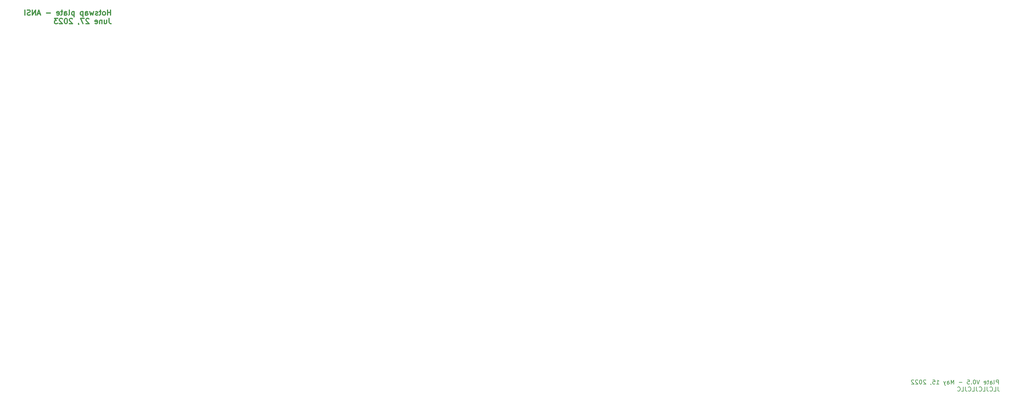
<source format=gbr>
%TF.GenerationSoftware,KiCad,Pcbnew,7.0.2*%
%TF.CreationDate,2023-06-27T02:26:56-04:00*%
%TF.ProjectId,3DP-FR4-hotswap-plate-ANSI,3344502d-4652-4342-9d68-6f7473776170,rev?*%
%TF.SameCoordinates,Original*%
%TF.FileFunction,Legend,Bot*%
%TF.FilePolarity,Positive*%
%FSLAX46Y46*%
G04 Gerber Fmt 4.6, Leading zero omitted, Abs format (unit mm)*
G04 Created by KiCad (PCBNEW 7.0.2) date 2023-06-27 02:26:56*
%MOMM*%
%LPD*%
G01*
G04 APERTURE LIST*
%ADD10C,0.200000*%
%ADD11C,0.300000*%
G04 APERTURE END LIST*
D10*
X365719999Y-157545142D02*
X365719999Y-156345142D01*
X365719999Y-156345142D02*
X365262856Y-156345142D01*
X365262856Y-156345142D02*
X365148571Y-156402285D01*
X365148571Y-156402285D02*
X365091428Y-156459428D01*
X365091428Y-156459428D02*
X365034285Y-156573714D01*
X365034285Y-156573714D02*
X365034285Y-156745142D01*
X365034285Y-156745142D02*
X365091428Y-156859428D01*
X365091428Y-156859428D02*
X365148571Y-156916571D01*
X365148571Y-156916571D02*
X365262856Y-156973714D01*
X365262856Y-156973714D02*
X365719999Y-156973714D01*
X364348571Y-157545142D02*
X364462856Y-157488000D01*
X364462856Y-157488000D02*
X364519999Y-157373714D01*
X364519999Y-157373714D02*
X364519999Y-156345142D01*
X363377143Y-157545142D02*
X363377143Y-156916571D01*
X363377143Y-156916571D02*
X363434285Y-156802285D01*
X363434285Y-156802285D02*
X363548571Y-156745142D01*
X363548571Y-156745142D02*
X363777143Y-156745142D01*
X363777143Y-156745142D02*
X363891428Y-156802285D01*
X363377143Y-157488000D02*
X363491428Y-157545142D01*
X363491428Y-157545142D02*
X363777143Y-157545142D01*
X363777143Y-157545142D02*
X363891428Y-157488000D01*
X363891428Y-157488000D02*
X363948571Y-157373714D01*
X363948571Y-157373714D02*
X363948571Y-157259428D01*
X363948571Y-157259428D02*
X363891428Y-157145142D01*
X363891428Y-157145142D02*
X363777143Y-157088000D01*
X363777143Y-157088000D02*
X363491428Y-157088000D01*
X363491428Y-157088000D02*
X363377143Y-157030857D01*
X362977143Y-156745142D02*
X362520000Y-156745142D01*
X362805714Y-156345142D02*
X362805714Y-157373714D01*
X362805714Y-157373714D02*
X362748571Y-157488000D01*
X362748571Y-157488000D02*
X362634286Y-157545142D01*
X362634286Y-157545142D02*
X362520000Y-157545142D01*
X361662857Y-157488000D02*
X361777143Y-157545142D01*
X361777143Y-157545142D02*
X362005715Y-157545142D01*
X362005715Y-157545142D02*
X362120000Y-157488000D01*
X362120000Y-157488000D02*
X362177143Y-157373714D01*
X362177143Y-157373714D02*
X362177143Y-156916571D01*
X362177143Y-156916571D02*
X362120000Y-156802285D01*
X362120000Y-156802285D02*
X362005715Y-156745142D01*
X362005715Y-156745142D02*
X361777143Y-156745142D01*
X361777143Y-156745142D02*
X361662857Y-156802285D01*
X361662857Y-156802285D02*
X361605715Y-156916571D01*
X361605715Y-156916571D02*
X361605715Y-157030857D01*
X361605715Y-157030857D02*
X362177143Y-157145142D01*
X360348572Y-156345142D02*
X359948572Y-157545142D01*
X359948572Y-157545142D02*
X359548572Y-156345142D01*
X358920001Y-156345142D02*
X358805715Y-156345142D01*
X358805715Y-156345142D02*
X358691429Y-156402285D01*
X358691429Y-156402285D02*
X358634287Y-156459428D01*
X358634287Y-156459428D02*
X358577144Y-156573714D01*
X358577144Y-156573714D02*
X358520001Y-156802285D01*
X358520001Y-156802285D02*
X358520001Y-157088000D01*
X358520001Y-157088000D02*
X358577144Y-157316571D01*
X358577144Y-157316571D02*
X358634287Y-157430857D01*
X358634287Y-157430857D02*
X358691429Y-157488000D01*
X358691429Y-157488000D02*
X358805715Y-157545142D01*
X358805715Y-157545142D02*
X358920001Y-157545142D01*
X358920001Y-157545142D02*
X359034287Y-157488000D01*
X359034287Y-157488000D02*
X359091429Y-157430857D01*
X359091429Y-157430857D02*
X359148572Y-157316571D01*
X359148572Y-157316571D02*
X359205715Y-157088000D01*
X359205715Y-157088000D02*
X359205715Y-156802285D01*
X359205715Y-156802285D02*
X359148572Y-156573714D01*
X359148572Y-156573714D02*
X359091429Y-156459428D01*
X359091429Y-156459428D02*
X359034287Y-156402285D01*
X359034287Y-156402285D02*
X358920001Y-156345142D01*
X358005715Y-157430857D02*
X357948572Y-157488000D01*
X357948572Y-157488000D02*
X358005715Y-157545142D01*
X358005715Y-157545142D02*
X358062858Y-157488000D01*
X358062858Y-157488000D02*
X358005715Y-157430857D01*
X358005715Y-157430857D02*
X358005715Y-157545142D01*
X356862858Y-156345142D02*
X357434286Y-156345142D01*
X357434286Y-156345142D02*
X357491429Y-156916571D01*
X357491429Y-156916571D02*
X357434286Y-156859428D01*
X357434286Y-156859428D02*
X357320001Y-156802285D01*
X357320001Y-156802285D02*
X357034286Y-156802285D01*
X357034286Y-156802285D02*
X356920001Y-156859428D01*
X356920001Y-156859428D02*
X356862858Y-156916571D01*
X356862858Y-156916571D02*
X356805715Y-157030857D01*
X356805715Y-157030857D02*
X356805715Y-157316571D01*
X356805715Y-157316571D02*
X356862858Y-157430857D01*
X356862858Y-157430857D02*
X356920001Y-157488000D01*
X356920001Y-157488000D02*
X357034286Y-157545142D01*
X357034286Y-157545142D02*
X357320001Y-157545142D01*
X357320001Y-157545142D02*
X357434286Y-157488000D01*
X357434286Y-157488000D02*
X357491429Y-157430857D01*
X355377143Y-157088000D02*
X354462858Y-157088000D01*
X352977143Y-157545142D02*
X352977143Y-156345142D01*
X352977143Y-156345142D02*
X352577143Y-157202285D01*
X352577143Y-157202285D02*
X352177143Y-156345142D01*
X352177143Y-156345142D02*
X352177143Y-157545142D01*
X351091429Y-157545142D02*
X351091429Y-156916571D01*
X351091429Y-156916571D02*
X351148571Y-156802285D01*
X351148571Y-156802285D02*
X351262857Y-156745142D01*
X351262857Y-156745142D02*
X351491429Y-156745142D01*
X351491429Y-156745142D02*
X351605714Y-156802285D01*
X351091429Y-157488000D02*
X351205714Y-157545142D01*
X351205714Y-157545142D02*
X351491429Y-157545142D01*
X351491429Y-157545142D02*
X351605714Y-157488000D01*
X351605714Y-157488000D02*
X351662857Y-157373714D01*
X351662857Y-157373714D02*
X351662857Y-157259428D01*
X351662857Y-157259428D02*
X351605714Y-157145142D01*
X351605714Y-157145142D02*
X351491429Y-157088000D01*
X351491429Y-157088000D02*
X351205714Y-157088000D01*
X351205714Y-157088000D02*
X351091429Y-157030857D01*
X350634286Y-156745142D02*
X350348572Y-157545142D01*
X350062857Y-156745142D02*
X350348572Y-157545142D01*
X350348572Y-157545142D02*
X350462857Y-157830857D01*
X350462857Y-157830857D02*
X350520000Y-157888000D01*
X350520000Y-157888000D02*
X350634286Y-157945142D01*
X348062857Y-157545142D02*
X348748571Y-157545142D01*
X348405714Y-157545142D02*
X348405714Y-156345142D01*
X348405714Y-156345142D02*
X348520000Y-156516571D01*
X348520000Y-156516571D02*
X348634285Y-156630857D01*
X348634285Y-156630857D02*
X348748571Y-156688000D01*
X346977143Y-156345142D02*
X347548571Y-156345142D01*
X347548571Y-156345142D02*
X347605714Y-156916571D01*
X347605714Y-156916571D02*
X347548571Y-156859428D01*
X347548571Y-156859428D02*
X347434286Y-156802285D01*
X347434286Y-156802285D02*
X347148571Y-156802285D01*
X347148571Y-156802285D02*
X347034286Y-156859428D01*
X347034286Y-156859428D02*
X346977143Y-156916571D01*
X346977143Y-156916571D02*
X346920000Y-157030857D01*
X346920000Y-157030857D02*
X346920000Y-157316571D01*
X346920000Y-157316571D02*
X346977143Y-157430857D01*
X346977143Y-157430857D02*
X347034286Y-157488000D01*
X347034286Y-157488000D02*
X347148571Y-157545142D01*
X347148571Y-157545142D02*
X347434286Y-157545142D01*
X347434286Y-157545142D02*
X347548571Y-157488000D01*
X347548571Y-157488000D02*
X347605714Y-157430857D01*
X346348571Y-157488000D02*
X346348571Y-157545142D01*
X346348571Y-157545142D02*
X346405714Y-157659428D01*
X346405714Y-157659428D02*
X346462857Y-157716571D01*
X344977142Y-156459428D02*
X344919999Y-156402285D01*
X344919999Y-156402285D02*
X344805714Y-156345142D01*
X344805714Y-156345142D02*
X344519999Y-156345142D01*
X344519999Y-156345142D02*
X344405714Y-156402285D01*
X344405714Y-156402285D02*
X344348571Y-156459428D01*
X344348571Y-156459428D02*
X344291428Y-156573714D01*
X344291428Y-156573714D02*
X344291428Y-156688000D01*
X344291428Y-156688000D02*
X344348571Y-156859428D01*
X344348571Y-156859428D02*
X345034285Y-157545142D01*
X345034285Y-157545142D02*
X344291428Y-157545142D01*
X343548571Y-156345142D02*
X343434285Y-156345142D01*
X343434285Y-156345142D02*
X343319999Y-156402285D01*
X343319999Y-156402285D02*
X343262857Y-156459428D01*
X343262857Y-156459428D02*
X343205714Y-156573714D01*
X343205714Y-156573714D02*
X343148571Y-156802285D01*
X343148571Y-156802285D02*
X343148571Y-157088000D01*
X343148571Y-157088000D02*
X343205714Y-157316571D01*
X343205714Y-157316571D02*
X343262857Y-157430857D01*
X343262857Y-157430857D02*
X343319999Y-157488000D01*
X343319999Y-157488000D02*
X343434285Y-157545142D01*
X343434285Y-157545142D02*
X343548571Y-157545142D01*
X343548571Y-157545142D02*
X343662857Y-157488000D01*
X343662857Y-157488000D02*
X343719999Y-157430857D01*
X343719999Y-157430857D02*
X343777142Y-157316571D01*
X343777142Y-157316571D02*
X343834285Y-157088000D01*
X343834285Y-157088000D02*
X343834285Y-156802285D01*
X343834285Y-156802285D02*
X343777142Y-156573714D01*
X343777142Y-156573714D02*
X343719999Y-156459428D01*
X343719999Y-156459428D02*
X343662857Y-156402285D01*
X343662857Y-156402285D02*
X343548571Y-156345142D01*
X342691428Y-156459428D02*
X342634285Y-156402285D01*
X342634285Y-156402285D02*
X342520000Y-156345142D01*
X342520000Y-156345142D02*
X342234285Y-156345142D01*
X342234285Y-156345142D02*
X342120000Y-156402285D01*
X342120000Y-156402285D02*
X342062857Y-156459428D01*
X342062857Y-156459428D02*
X342005714Y-156573714D01*
X342005714Y-156573714D02*
X342005714Y-156688000D01*
X342005714Y-156688000D02*
X342062857Y-156859428D01*
X342062857Y-156859428D02*
X342748571Y-157545142D01*
X342748571Y-157545142D02*
X342005714Y-157545142D01*
X341548571Y-156459428D02*
X341491428Y-156402285D01*
X341491428Y-156402285D02*
X341377143Y-156345142D01*
X341377143Y-156345142D02*
X341091428Y-156345142D01*
X341091428Y-156345142D02*
X340977143Y-156402285D01*
X340977143Y-156402285D02*
X340920000Y-156459428D01*
X340920000Y-156459428D02*
X340862857Y-156573714D01*
X340862857Y-156573714D02*
X340862857Y-156688000D01*
X340862857Y-156688000D02*
X340920000Y-156859428D01*
X340920000Y-156859428D02*
X341605714Y-157545142D01*
X341605714Y-157545142D02*
X340862857Y-157545142D01*
X365542858Y-158355142D02*
X365542858Y-159212285D01*
X365542858Y-159212285D02*
X365600001Y-159383714D01*
X365600001Y-159383714D02*
X365714287Y-159498000D01*
X365714287Y-159498000D02*
X365885715Y-159555142D01*
X365885715Y-159555142D02*
X366000001Y-159555142D01*
X364400001Y-159555142D02*
X364971429Y-159555142D01*
X364971429Y-159555142D02*
X364971429Y-158355142D01*
X363314286Y-159440857D02*
X363371429Y-159498000D01*
X363371429Y-159498000D02*
X363542857Y-159555142D01*
X363542857Y-159555142D02*
X363657143Y-159555142D01*
X363657143Y-159555142D02*
X363828572Y-159498000D01*
X363828572Y-159498000D02*
X363942857Y-159383714D01*
X363942857Y-159383714D02*
X364000000Y-159269428D01*
X364000000Y-159269428D02*
X364057143Y-159040857D01*
X364057143Y-159040857D02*
X364057143Y-158869428D01*
X364057143Y-158869428D02*
X364000000Y-158640857D01*
X364000000Y-158640857D02*
X363942857Y-158526571D01*
X363942857Y-158526571D02*
X363828572Y-158412285D01*
X363828572Y-158412285D02*
X363657143Y-158355142D01*
X363657143Y-158355142D02*
X363542857Y-158355142D01*
X363542857Y-158355142D02*
X363371429Y-158412285D01*
X363371429Y-158412285D02*
X363314286Y-158469428D01*
X362457143Y-158355142D02*
X362457143Y-159212285D01*
X362457143Y-159212285D02*
X362514286Y-159383714D01*
X362514286Y-159383714D02*
X362628572Y-159498000D01*
X362628572Y-159498000D02*
X362800000Y-159555142D01*
X362800000Y-159555142D02*
X362914286Y-159555142D01*
X361314286Y-159555142D02*
X361885714Y-159555142D01*
X361885714Y-159555142D02*
X361885714Y-158355142D01*
X360228571Y-159440857D02*
X360285714Y-159498000D01*
X360285714Y-159498000D02*
X360457142Y-159555142D01*
X360457142Y-159555142D02*
X360571428Y-159555142D01*
X360571428Y-159555142D02*
X360742857Y-159498000D01*
X360742857Y-159498000D02*
X360857142Y-159383714D01*
X360857142Y-159383714D02*
X360914285Y-159269428D01*
X360914285Y-159269428D02*
X360971428Y-159040857D01*
X360971428Y-159040857D02*
X360971428Y-158869428D01*
X360971428Y-158869428D02*
X360914285Y-158640857D01*
X360914285Y-158640857D02*
X360857142Y-158526571D01*
X360857142Y-158526571D02*
X360742857Y-158412285D01*
X360742857Y-158412285D02*
X360571428Y-158355142D01*
X360571428Y-158355142D02*
X360457142Y-158355142D01*
X360457142Y-158355142D02*
X360285714Y-158412285D01*
X360285714Y-158412285D02*
X360228571Y-158469428D01*
X359371428Y-158355142D02*
X359371428Y-159212285D01*
X359371428Y-159212285D02*
X359428571Y-159383714D01*
X359428571Y-159383714D02*
X359542857Y-159498000D01*
X359542857Y-159498000D02*
X359714285Y-159555142D01*
X359714285Y-159555142D02*
X359828571Y-159555142D01*
X358228571Y-159555142D02*
X358799999Y-159555142D01*
X358799999Y-159555142D02*
X358799999Y-158355142D01*
X357142856Y-159440857D02*
X357199999Y-159498000D01*
X357199999Y-159498000D02*
X357371427Y-159555142D01*
X357371427Y-159555142D02*
X357485713Y-159555142D01*
X357485713Y-159555142D02*
X357657142Y-159498000D01*
X357657142Y-159498000D02*
X357771427Y-159383714D01*
X357771427Y-159383714D02*
X357828570Y-159269428D01*
X357828570Y-159269428D02*
X357885713Y-159040857D01*
X357885713Y-159040857D02*
X357885713Y-158869428D01*
X357885713Y-158869428D02*
X357828570Y-158640857D01*
X357828570Y-158640857D02*
X357771427Y-158526571D01*
X357771427Y-158526571D02*
X357657142Y-158412285D01*
X357657142Y-158412285D02*
X357485713Y-158355142D01*
X357485713Y-158355142D02*
X357371427Y-158355142D01*
X357371427Y-158355142D02*
X357199999Y-158412285D01*
X357199999Y-158412285D02*
X357142856Y-158469428D01*
X356285713Y-158355142D02*
X356285713Y-159212285D01*
X356285713Y-159212285D02*
X356342856Y-159383714D01*
X356342856Y-159383714D02*
X356457142Y-159498000D01*
X356457142Y-159498000D02*
X356628570Y-159555142D01*
X356628570Y-159555142D02*
X356742856Y-159555142D01*
X355142856Y-159555142D02*
X355714284Y-159555142D01*
X355714284Y-159555142D02*
X355714284Y-158355142D01*
X354057141Y-159440857D02*
X354114284Y-159498000D01*
X354114284Y-159498000D02*
X354285712Y-159555142D01*
X354285712Y-159555142D02*
X354399998Y-159555142D01*
X354399998Y-159555142D02*
X354571427Y-159498000D01*
X354571427Y-159498000D02*
X354685712Y-159383714D01*
X354685712Y-159383714D02*
X354742855Y-159269428D01*
X354742855Y-159269428D02*
X354799998Y-159040857D01*
X354799998Y-159040857D02*
X354799998Y-158869428D01*
X354799998Y-158869428D02*
X354742855Y-158640857D01*
X354742855Y-158640857D02*
X354685712Y-158526571D01*
X354685712Y-158526571D02*
X354571427Y-158412285D01*
X354571427Y-158412285D02*
X354399998Y-158355142D01*
X354399998Y-158355142D02*
X354285712Y-158355142D01*
X354285712Y-158355142D02*
X354114284Y-158412285D01*
X354114284Y-158412285D02*
X354057141Y-158469428D01*
D11*
X112042857Y-52086428D02*
X112042857Y-50586428D01*
X112042857Y-51300714D02*
X111185714Y-51300714D01*
X111185714Y-52086428D02*
X111185714Y-50586428D01*
X110257142Y-52086428D02*
X110399999Y-52015000D01*
X110399999Y-52015000D02*
X110471428Y-51943571D01*
X110471428Y-51943571D02*
X110542856Y-51800714D01*
X110542856Y-51800714D02*
X110542856Y-51372142D01*
X110542856Y-51372142D02*
X110471428Y-51229285D01*
X110471428Y-51229285D02*
X110399999Y-51157857D01*
X110399999Y-51157857D02*
X110257142Y-51086428D01*
X110257142Y-51086428D02*
X110042856Y-51086428D01*
X110042856Y-51086428D02*
X109899999Y-51157857D01*
X109899999Y-51157857D02*
X109828571Y-51229285D01*
X109828571Y-51229285D02*
X109757142Y-51372142D01*
X109757142Y-51372142D02*
X109757142Y-51800714D01*
X109757142Y-51800714D02*
X109828571Y-51943571D01*
X109828571Y-51943571D02*
X109899999Y-52015000D01*
X109899999Y-52015000D02*
X110042856Y-52086428D01*
X110042856Y-52086428D02*
X110257142Y-52086428D01*
X109328570Y-51086428D02*
X108757142Y-51086428D01*
X109114285Y-50586428D02*
X109114285Y-51872142D01*
X109114285Y-51872142D02*
X109042856Y-52015000D01*
X109042856Y-52015000D02*
X108899999Y-52086428D01*
X108899999Y-52086428D02*
X108757142Y-52086428D01*
X108328570Y-52015000D02*
X108185713Y-52086428D01*
X108185713Y-52086428D02*
X107899999Y-52086428D01*
X107899999Y-52086428D02*
X107757142Y-52015000D01*
X107757142Y-52015000D02*
X107685713Y-51872142D01*
X107685713Y-51872142D02*
X107685713Y-51800714D01*
X107685713Y-51800714D02*
X107757142Y-51657857D01*
X107757142Y-51657857D02*
X107899999Y-51586428D01*
X107899999Y-51586428D02*
X108114285Y-51586428D01*
X108114285Y-51586428D02*
X108257142Y-51515000D01*
X108257142Y-51515000D02*
X108328570Y-51372142D01*
X108328570Y-51372142D02*
X108328570Y-51300714D01*
X108328570Y-51300714D02*
X108257142Y-51157857D01*
X108257142Y-51157857D02*
X108114285Y-51086428D01*
X108114285Y-51086428D02*
X107899999Y-51086428D01*
X107899999Y-51086428D02*
X107757142Y-51157857D01*
X107185713Y-51086428D02*
X106899999Y-52086428D01*
X106899999Y-52086428D02*
X106614284Y-51372142D01*
X106614284Y-51372142D02*
X106328570Y-52086428D01*
X106328570Y-52086428D02*
X106042856Y-51086428D01*
X104828570Y-52086428D02*
X104828570Y-51300714D01*
X104828570Y-51300714D02*
X104899998Y-51157857D01*
X104899998Y-51157857D02*
X105042855Y-51086428D01*
X105042855Y-51086428D02*
X105328570Y-51086428D01*
X105328570Y-51086428D02*
X105471427Y-51157857D01*
X104828570Y-52015000D02*
X104971427Y-52086428D01*
X104971427Y-52086428D02*
X105328570Y-52086428D01*
X105328570Y-52086428D02*
X105471427Y-52015000D01*
X105471427Y-52015000D02*
X105542855Y-51872142D01*
X105542855Y-51872142D02*
X105542855Y-51729285D01*
X105542855Y-51729285D02*
X105471427Y-51586428D01*
X105471427Y-51586428D02*
X105328570Y-51515000D01*
X105328570Y-51515000D02*
X104971427Y-51515000D01*
X104971427Y-51515000D02*
X104828570Y-51443571D01*
X104114284Y-51086428D02*
X104114284Y-52586428D01*
X104114284Y-51157857D02*
X103971427Y-51086428D01*
X103971427Y-51086428D02*
X103685712Y-51086428D01*
X103685712Y-51086428D02*
X103542855Y-51157857D01*
X103542855Y-51157857D02*
X103471427Y-51229285D01*
X103471427Y-51229285D02*
X103399998Y-51372142D01*
X103399998Y-51372142D02*
X103399998Y-51800714D01*
X103399998Y-51800714D02*
X103471427Y-51943571D01*
X103471427Y-51943571D02*
X103542855Y-52015000D01*
X103542855Y-52015000D02*
X103685712Y-52086428D01*
X103685712Y-52086428D02*
X103971427Y-52086428D01*
X103971427Y-52086428D02*
X104114284Y-52015000D01*
X101614284Y-51086428D02*
X101614284Y-52586428D01*
X101614284Y-51157857D02*
X101471427Y-51086428D01*
X101471427Y-51086428D02*
X101185712Y-51086428D01*
X101185712Y-51086428D02*
X101042855Y-51157857D01*
X101042855Y-51157857D02*
X100971427Y-51229285D01*
X100971427Y-51229285D02*
X100899998Y-51372142D01*
X100899998Y-51372142D02*
X100899998Y-51800714D01*
X100899998Y-51800714D02*
X100971427Y-51943571D01*
X100971427Y-51943571D02*
X101042855Y-52015000D01*
X101042855Y-52015000D02*
X101185712Y-52086428D01*
X101185712Y-52086428D02*
X101471427Y-52086428D01*
X101471427Y-52086428D02*
X101614284Y-52015000D01*
X100042855Y-52086428D02*
X100185712Y-52015000D01*
X100185712Y-52015000D02*
X100257141Y-51872142D01*
X100257141Y-51872142D02*
X100257141Y-50586428D01*
X98828570Y-52086428D02*
X98828570Y-51300714D01*
X98828570Y-51300714D02*
X98899998Y-51157857D01*
X98899998Y-51157857D02*
X99042855Y-51086428D01*
X99042855Y-51086428D02*
X99328570Y-51086428D01*
X99328570Y-51086428D02*
X99471427Y-51157857D01*
X98828570Y-52015000D02*
X98971427Y-52086428D01*
X98971427Y-52086428D02*
X99328570Y-52086428D01*
X99328570Y-52086428D02*
X99471427Y-52015000D01*
X99471427Y-52015000D02*
X99542855Y-51872142D01*
X99542855Y-51872142D02*
X99542855Y-51729285D01*
X99542855Y-51729285D02*
X99471427Y-51586428D01*
X99471427Y-51586428D02*
X99328570Y-51515000D01*
X99328570Y-51515000D02*
X98971427Y-51515000D01*
X98971427Y-51515000D02*
X98828570Y-51443571D01*
X98328569Y-51086428D02*
X97757141Y-51086428D01*
X98114284Y-50586428D02*
X98114284Y-51872142D01*
X98114284Y-51872142D02*
X98042855Y-52015000D01*
X98042855Y-52015000D02*
X97899998Y-52086428D01*
X97899998Y-52086428D02*
X97757141Y-52086428D01*
X96685712Y-52015000D02*
X96828569Y-52086428D01*
X96828569Y-52086428D02*
X97114284Y-52086428D01*
X97114284Y-52086428D02*
X97257141Y-52015000D01*
X97257141Y-52015000D02*
X97328569Y-51872142D01*
X97328569Y-51872142D02*
X97328569Y-51300714D01*
X97328569Y-51300714D02*
X97257141Y-51157857D01*
X97257141Y-51157857D02*
X97114284Y-51086428D01*
X97114284Y-51086428D02*
X96828569Y-51086428D01*
X96828569Y-51086428D02*
X96685712Y-51157857D01*
X96685712Y-51157857D02*
X96614284Y-51300714D01*
X96614284Y-51300714D02*
X96614284Y-51443571D01*
X96614284Y-51443571D02*
X97328569Y-51586428D01*
X94828570Y-51515000D02*
X93685713Y-51515000D01*
X91899998Y-51657857D02*
X91185713Y-51657857D01*
X92042855Y-52086428D02*
X91542855Y-50586428D01*
X91542855Y-50586428D02*
X91042855Y-52086428D01*
X90542856Y-52086428D02*
X90542856Y-50586428D01*
X90542856Y-50586428D02*
X89685713Y-52086428D01*
X89685713Y-52086428D02*
X89685713Y-50586428D01*
X89042855Y-52015000D02*
X88828570Y-52086428D01*
X88828570Y-52086428D02*
X88471427Y-52086428D01*
X88471427Y-52086428D02*
X88328570Y-52015000D01*
X88328570Y-52015000D02*
X88257141Y-51943571D01*
X88257141Y-51943571D02*
X88185712Y-51800714D01*
X88185712Y-51800714D02*
X88185712Y-51657857D01*
X88185712Y-51657857D02*
X88257141Y-51515000D01*
X88257141Y-51515000D02*
X88328570Y-51443571D01*
X88328570Y-51443571D02*
X88471427Y-51372142D01*
X88471427Y-51372142D02*
X88757141Y-51300714D01*
X88757141Y-51300714D02*
X88899998Y-51229285D01*
X88899998Y-51229285D02*
X88971427Y-51157857D01*
X88971427Y-51157857D02*
X89042855Y-51015000D01*
X89042855Y-51015000D02*
X89042855Y-50872142D01*
X89042855Y-50872142D02*
X88971427Y-50729285D01*
X88971427Y-50729285D02*
X88899998Y-50657857D01*
X88899998Y-50657857D02*
X88757141Y-50586428D01*
X88757141Y-50586428D02*
X88399998Y-50586428D01*
X88399998Y-50586428D02*
X88185712Y-50657857D01*
X87542856Y-52086428D02*
X87542856Y-50586428D01*
X111614285Y-53016428D02*
X111614285Y-54087857D01*
X111614285Y-54087857D02*
X111685714Y-54302142D01*
X111685714Y-54302142D02*
X111828571Y-54445000D01*
X111828571Y-54445000D02*
X112042857Y-54516428D01*
X112042857Y-54516428D02*
X112185714Y-54516428D01*
X110257143Y-53516428D02*
X110257143Y-54516428D01*
X110900000Y-53516428D02*
X110900000Y-54302142D01*
X110900000Y-54302142D02*
X110828571Y-54445000D01*
X110828571Y-54445000D02*
X110685714Y-54516428D01*
X110685714Y-54516428D02*
X110471428Y-54516428D01*
X110471428Y-54516428D02*
X110328571Y-54445000D01*
X110328571Y-54445000D02*
X110257143Y-54373571D01*
X109542857Y-53516428D02*
X109542857Y-54516428D01*
X109542857Y-53659285D02*
X109471428Y-53587857D01*
X109471428Y-53587857D02*
X109328571Y-53516428D01*
X109328571Y-53516428D02*
X109114285Y-53516428D01*
X109114285Y-53516428D02*
X108971428Y-53587857D01*
X108971428Y-53587857D02*
X108900000Y-53730714D01*
X108900000Y-53730714D02*
X108900000Y-54516428D01*
X107614285Y-54445000D02*
X107757142Y-54516428D01*
X107757142Y-54516428D02*
X108042857Y-54516428D01*
X108042857Y-54516428D02*
X108185714Y-54445000D01*
X108185714Y-54445000D02*
X108257142Y-54302142D01*
X108257142Y-54302142D02*
X108257142Y-53730714D01*
X108257142Y-53730714D02*
X108185714Y-53587857D01*
X108185714Y-53587857D02*
X108042857Y-53516428D01*
X108042857Y-53516428D02*
X107757142Y-53516428D01*
X107757142Y-53516428D02*
X107614285Y-53587857D01*
X107614285Y-53587857D02*
X107542857Y-53730714D01*
X107542857Y-53730714D02*
X107542857Y-53873571D01*
X107542857Y-53873571D02*
X108257142Y-54016428D01*
X105828571Y-53159285D02*
X105757143Y-53087857D01*
X105757143Y-53087857D02*
X105614286Y-53016428D01*
X105614286Y-53016428D02*
X105257143Y-53016428D01*
X105257143Y-53016428D02*
X105114286Y-53087857D01*
X105114286Y-53087857D02*
X105042857Y-53159285D01*
X105042857Y-53159285D02*
X104971428Y-53302142D01*
X104971428Y-53302142D02*
X104971428Y-53445000D01*
X104971428Y-53445000D02*
X105042857Y-53659285D01*
X105042857Y-53659285D02*
X105900000Y-54516428D01*
X105900000Y-54516428D02*
X104971428Y-54516428D01*
X104471429Y-53016428D02*
X103471429Y-53016428D01*
X103471429Y-53016428D02*
X104114286Y-54516428D01*
X102828572Y-54445000D02*
X102828572Y-54516428D01*
X102828572Y-54516428D02*
X102900001Y-54659285D01*
X102900001Y-54659285D02*
X102971429Y-54730714D01*
X101114286Y-53159285D02*
X101042858Y-53087857D01*
X101042858Y-53087857D02*
X100900001Y-53016428D01*
X100900001Y-53016428D02*
X100542858Y-53016428D01*
X100542858Y-53016428D02*
X100400001Y-53087857D01*
X100400001Y-53087857D02*
X100328572Y-53159285D01*
X100328572Y-53159285D02*
X100257143Y-53302142D01*
X100257143Y-53302142D02*
X100257143Y-53445000D01*
X100257143Y-53445000D02*
X100328572Y-53659285D01*
X100328572Y-53659285D02*
X101185715Y-54516428D01*
X101185715Y-54516428D02*
X100257143Y-54516428D01*
X99328572Y-53016428D02*
X99185715Y-53016428D01*
X99185715Y-53016428D02*
X99042858Y-53087857D01*
X99042858Y-53087857D02*
X98971430Y-53159285D01*
X98971430Y-53159285D02*
X98900001Y-53302142D01*
X98900001Y-53302142D02*
X98828572Y-53587857D01*
X98828572Y-53587857D02*
X98828572Y-53945000D01*
X98828572Y-53945000D02*
X98900001Y-54230714D01*
X98900001Y-54230714D02*
X98971430Y-54373571D01*
X98971430Y-54373571D02*
X99042858Y-54445000D01*
X99042858Y-54445000D02*
X99185715Y-54516428D01*
X99185715Y-54516428D02*
X99328572Y-54516428D01*
X99328572Y-54516428D02*
X99471430Y-54445000D01*
X99471430Y-54445000D02*
X99542858Y-54373571D01*
X99542858Y-54373571D02*
X99614287Y-54230714D01*
X99614287Y-54230714D02*
X99685715Y-53945000D01*
X99685715Y-53945000D02*
X99685715Y-53587857D01*
X99685715Y-53587857D02*
X99614287Y-53302142D01*
X99614287Y-53302142D02*
X99542858Y-53159285D01*
X99542858Y-53159285D02*
X99471430Y-53087857D01*
X99471430Y-53087857D02*
X99328572Y-53016428D01*
X98257144Y-53159285D02*
X98185716Y-53087857D01*
X98185716Y-53087857D02*
X98042859Y-53016428D01*
X98042859Y-53016428D02*
X97685716Y-53016428D01*
X97685716Y-53016428D02*
X97542859Y-53087857D01*
X97542859Y-53087857D02*
X97471430Y-53159285D01*
X97471430Y-53159285D02*
X97400001Y-53302142D01*
X97400001Y-53302142D02*
X97400001Y-53445000D01*
X97400001Y-53445000D02*
X97471430Y-53659285D01*
X97471430Y-53659285D02*
X98328573Y-54516428D01*
X98328573Y-54516428D02*
X97400001Y-54516428D01*
X96900002Y-53016428D02*
X95971430Y-53016428D01*
X95971430Y-53016428D02*
X96471430Y-53587857D01*
X96471430Y-53587857D02*
X96257145Y-53587857D01*
X96257145Y-53587857D02*
X96114288Y-53659285D01*
X96114288Y-53659285D02*
X96042859Y-53730714D01*
X96042859Y-53730714D02*
X95971430Y-53873571D01*
X95971430Y-53873571D02*
X95971430Y-54230714D01*
X95971430Y-54230714D02*
X96042859Y-54373571D01*
X96042859Y-54373571D02*
X96114288Y-54445000D01*
X96114288Y-54445000D02*
X96257145Y-54516428D01*
X96257145Y-54516428D02*
X96685716Y-54516428D01*
X96685716Y-54516428D02*
X96828573Y-54445000D01*
X96828573Y-54445000D02*
X96900002Y-54373571D01*
M02*

</source>
